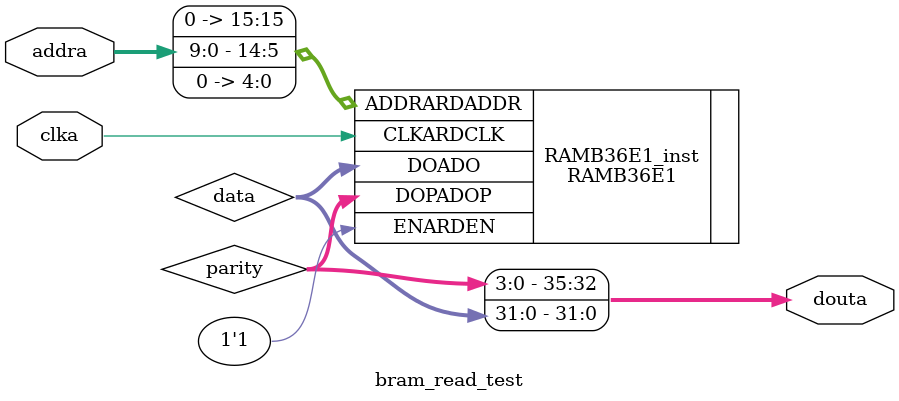
<source format=v>
`timescale 1ns / 1ps

module bram_read_test(
    input clka,
    input [9:0] addra,
    output [35:0] douta
    );
    
    wire [31:0] data;
    wire [3:0] parity;
    
    assign douta = {parity, data};
    
RAMB36E1 #(
   // Address Collision Mode: "PERFORMANCE" or "DELAYED_WRITE"
   .RDADDR_COLLISION_HWCONFIG("DELAYED_WRITE"),
   // Collision check: Values ("ALL", "WARNING_ONLY", "GENERATE_X_ONLY" or "NONE")
   .SIM_COLLISION_CHECK("ALL"),
   // DOA_REG, DOB_REG: Optional output register (0 or 1)
   .DOA_REG(0),
   .DOB_REG(0),
   .EN_ECC_READ("FALSE"),                                                            // Enable ECC decoder,
                                                                                     // FALSE, TRUE
   .EN_ECC_WRITE("FALSE"),                                                           // Enable ECC encoder,
                                                                                     // FALSE, TRUE
   // INITP_00 to INITP_0F: Initial contents of the parity memory array
	.INITP_00(256'h646174636173736f72636164696361746e756f63636174756f6261656c626161),
	.INITP_01(256'h746661746e656d657369747265766461746e656d7473756a64616e6f69746964),
	.INITP_02(256'h6d6c616c6c61726961746e656d656572676174736e696167616e696167617265),
	.INITP_03(256'h61656c676e61646e61746e656d6573756d61746e756f6d61676e6f6d6174736f),
	.INITP_04(256'h61737574617261707061796e61746e61726577736e616c616d696e617972676e),
	.INITP_05(256'h61796d72616d7261746e656d75677261686372616c61766f72707061656c7070),
	.INITP_06(256'h727474616e6f69746e6574746174706d657474616b6361747461746173617472),
	.INITP_07(256'h0a420a656b617761636974616d6f747561797469726f687475616e6f69746361),
	.INITP_08(256'h736162646e61626c6c616265636e616c61626761626461626b63616279626162),
	.INITP_09(256'h75616365626c756669747561656265626874616274656b7361626e6973616265),
	.INITP_0A(256'h6c6c65626665696c6562726f69766168656265726f6665626565626465626573),
	.INITP_0B(256'h657469627469626874726962647269626e6565777465627972726562746e6562),
	.INITP_0C(256'h616f6265756c62776f6c62646f6f6c626564616c626b63616c62726574746962),
	.INITP_0D(256'h746f62746f6f626b6f6f62656e6f62676e696c696f6279646f6274616f626472),
	.INITP_0E(256'h7262737361726268636e617262656b6172626e69617262796f62786f62656c74),
	.INITP_0F(256'h6e656b6f72627468676972626567646972626b63697262687461657262646165),
   // INIT_00 to INIT_7F: Initial contents of the data memory array
	.INIT_00(256'h646174636173736f72636164696361746e756f63636174756f6261656c626161),
	.INIT_01(256'h746661746e656d657369747265766461746e656d7473756a64616e6f69746964),
	.INIT_02(256'h6d6c616c6c61726961746e656d656572676174736e696167616e696167617265),
	.INIT_03(256'h61656c676e61646e61746e656d6573756d61746e756f6d61676e6f6d6174736f),
	.INIT_04(256'h61737574617261707061796e61746e61726577736e616c616d696e617972676e),
	.INIT_05(256'h61796d72616d7261746e656d75677261686372616c61766f72707061656c7070),
	.INIT_06(256'h727474616e6f69746e6574746174706d657474616b6361747461746173617472),
	.INIT_07(256'h0a420a656b617761636974616d6f747561797469726f687475616e6f69746361),
	.INIT_08(256'h736162646e61626c6c616265636e616c61626761626461626b63616279626162),
	.INIT_09(256'h75616365626c756669747561656265626874616274656b7361626e6973616265),
	.INIT_0A(256'h6c6c65626665696c6562726f69766168656265726f6665626565626465626573),
	.INIT_0B(256'h657469627469626874726962647269626e6565777465627972726562746e6562),
	.INIT_0C(256'h616f6265756c62776f6c62646f6f6c626564616c626b63616c62726574746962),
	.INIT_0D(256'h746f62746f6f626b6f6f62656e6f62676e696c696f6279646f6274616f626472),
	.INIT_0E(256'h7262737361726268636e617262656b6172626e69617262796f62786f62656c74),
	.INIT_0F(256'h6e656b6f72627468676972626567646972626b63697262687461657262646165),
	.INIT_10(256'h62676e69646c69756274656b63756268737572626e776f7262726568746f7262),
	.INIT_11(256'h7475627265747475627475627373656e6973756274737275626e727562626c75),
	.INIT_12(256'h65726163647261637361766e61636172656d6163656b61630a430a79626e6f74),
	.INIT_13(256'h6e696168636e6961747265636573756163746163747261636567616972726163),
	.INIT_14(256'h6d656863657365656863706165686365676e61686365636e6168636b6c616863),
	.INIT_15(256'h6c63656c637269636863727568636e696863666569686374736568636c616369),
	.INIT_16(256'h6374616f636c616f6364756f6c6368746f6c636b636f6c637261656c636e6165),
	.INIT_17(256'h6d6f6374726f666d6f63656d6f63626d6f63726f6c6f6372616c6c6f63646c6f),
	.INIT_18(256'h6d6f636e6f73697261706d6f63796e61706d6f636e6f6d6d6f6365657474696d),
	.INIT_19(256'h6e6f697469646e6f6378656c706d6f636574656c706d6f636e6f697469746570),
	.INIT_1A(256'h6f636b6f6f636c6f72746e6f6373756f6963736e6f636e6f697463656e6e6f63),
	.INIT_1B(256'h746e756f636867756f636e6f74746f636b726f6364726f6379706f6372657070),
	.INIT_1C(256'h636c65757263656d6972637469646572636b63617263776f637265766f637972),
	.INIT_1D(256'h73756365767275636e696174727563746e657272756370756379726368737572),
	.INIT_1E(256'h7468677561646b7261647265676e61646567616d61640a440a7475636e6f6968),
	.INIT_1F(256'h65646e6f69736963656474626564687461656472616564646165647961647265),
	.INIT_20(256'h646e6769736564746e65646e6570656465746163696c65646565726765647065),
	.INIT_21(256'h6e656d706f6c657665646c69617465646e6f6974637572747365646572697365),
	.INIT_22(256'h747269646e6f697463657269646e6f69747365676964746e6572656666696474),
	.INIT_23(256'h7567736964657361657369646e6f6973737563736964797265766f6373696479),
	.INIT_24(256'h6f646e6f6973697669646e6f6974756269727473696465636e61747369647473),
	.INIT_25(256'h73736572647265776172646e696172646e776f647462756f64726f6f64676f64),
	.INIT_26(256'h7261657261650a450a74737564797264706f7264676e69766972646b6e697264),
	.INIT_27(256'h67657463656666656e6f6974616375646565676465747361656874726165796c),
	.INIT_28(256'h656867756f6e65656e69676e65646e656369727463656c6563697473616c6567),
	.INIT_29(256'h706d617865797265766572657665746e6576656e657665726f7272656c617571),
	.INIT_2A(256'h657078656e6f69736e6170786565636e65747369786565676e6168637865656c),
	.INIT_2B(256'h61666c6c616674636166656361660a460a65796574726570786565636e656972),
	.INIT_2C(256'h616566726165667265687461667461666d726166726166796c696d616665736c),
	.INIT_2D(256'h6966656c6974726566656c616d6566676e696c656566656c6265656672656874),
	.INIT_2E(256'h69667473726966657269667265676e69667468676966646c6569666e6f697463),
	.INIT_2F(256'h66726f6f6c66746867696c6674616c66656d616c6667616c6664657869666873),
	.INIT_30(256'h6f66726f66746f6f666873696c6f6f66646f6f66646c6f66796c667265776f6c),
	.INIT_31(256'h6665657266656d6172666c776f6664726177726f666d726f666b726f66656372),
	.INIT_32(256'h666c6c75667469757266746e6f72666d6f7266646e65697266746e6575716572),
	.INIT_33(256'h657669676c7269677465676c6172656e65676e65647261670a470a6572757475),
	.INIT_34(256'h656d6e7265766f67646f6f67646c6f6774616f676f6765766f6c677373616c67),
	.INIT_35(256'h7267706972676e6565726774616572677961726773736172676e69617267746e),
	.INIT_36(256'h616872656d6d6168726961680a480a6e756765646975676874776f726770756f),
	.INIT_37(256'h68796e6f6d72616864726168726f627261687970706168676e69676e6168646e),
	.INIT_38(256'h6568676e69726165687968746c61656864616568656865766168657461687461),
	.INIT_39(256'h6f68656c6f6879726f747369686867696865726568706c656874616568747261),
	.INIT_3A(256'h756f686c61746970736f686573726f686e726f6865706f686b6f6f68776f6c6c),
	.INIT_3B(256'h6d696c6c69666961656469656369490a490a726f6d7568776f686573756f6872),
	.INIT_3C(256'h7972747375646e696573616572636e696e6965736c75706d69746e6174726f70),
	.INIT_3D(256'h65746e6965636e617275736e69746e656d757274736e69746365736e696b6e69),
	.INIT_3E(256'h6a796c6c656a0a4a0a646e616c73696e6f72696e6f69746e65766e6974736572),
	.INIT_3F(256'h6b7065656b0a4b0a706d756a656764756a79656e72756f6a6e696f6a6c657765),
	.INIT_40(256'h6f6e6b6566696e6b65656e6b7373696b646e696b6b63696b79656b656c747465),
	.INIT_41(256'h74616c7473616c65676175676e616c646e616c0a4c0a656764656c776f6e6b74),
	.INIT_42(256'h7265687461656c676e696e7261656c6661656c6461656c77616c686775616c65),
	.INIT_43(256'h7466696c7972617262696c6c6576656c72657474656c74656c67656c7466656c),
	.INIT_44(256'h64697571696c70696c6e656e696c656e696c74696d696c656b696c746867696c),
	.INIT_45(256'h6b636f6c676e6976696c29747361656c2c7373656c28656c7474696c7473696c),
	.INIT_46(256'h6d0a4d0a776f6c65766f6c64756f6c73736f6c65736f6f6c6b6f6f6c676e6f6c),
	.INIT_47(256'h6d6b72616d70616d726567616e616d6e616d656c616d656b616d656e69686361),
	.INIT_48(256'h79616d6c6169726574616d686374616d7373616d6465697272616d74656b7261),
	.INIT_49(256'h6d656d676e697465656d6c61636964656d7461656d6572757361656d6c61656d),
	.INIT_4A(256'h696d646e696d6b6c696d79726174696c696d656c6464696d6c6174656d79726f),
	.INIT_4B(256'h746e6f6d79656b6e6f6d79656e6f6d646578696d7473696d6574756e696d656e),
	.INIT_4C(256'h6e6961746e756f6d6e6f69746f6d726568746f6d676e696e726f6d6e6f6f6d68),
	.INIT_4D(256'h756d656c6373756d2974736f6d2c65726f6d286863756d65766f6d6874756f6d),
	.INIT_4E(256'h61727574616e6e6f6974616e776f7272616e656d616e6c69616e0a4e0a636973),
	.INIT_4F(256'h7672656e656c6465656e6465656e6b63656e79726173736563656e7261656e6c),
	.INIT_50(256'h726f6e6c616d726f6e6573696f6e6f6e746867696e7377656e77656e74656e65),
	.INIT_51(256'h6573626f0a4f0a74756e7265626d756e776f6e65746f6e746f6e65736f6e6874),
	.INIT_52(256'h6f6e6f646c6f6c696f65636966666f726566666f66666f666f6e6f6974617672),
	.INIT_53(256'h6f657469736f70706f6e6f696e69706f6e6f6974617265706f6e65706f796c6e),
	.INIT_54(256'h746e656d616e726f6e6f6974617a696e6167726f726564726f65676e61726f72),
	.INIT_55(256'h6e696170656761700a500a72656e776f7265766f6e65766f74756f726568746f),
	.INIT_56(256'h74736170747261706c65637261706c656c6c617261707265706170746e696170),
	.INIT_57(256'h6e6f737265706c69636e65706e65706563616570746e656d7961706574736170),
	.INIT_58(256'h6c706563616c70657069706e6970676970657275746369706c61636973796870),
	.INIT_59(256'h706572757361656c70657361656c7079616c706574616c70746e616c70656e61),
	.INIT_5A(256'h6974696c6f706873696c6f706e6f73696f70746e696f7074656b636f70776f6c),
	.INIT_5B(256'h746f70656c626973736f706e6f697469736f70726574726f70726f6f706c6163),
	.INIT_5C(256'h6972706563697270746e65736572707265776f70726564776f706f7461746f70),
	.INIT_5D(256'h7270737365636f7270656c6261626f7270657461766972706e6f73697270746e),
	.INIT_5E(256'h70747365746f727065736f727079747265706f72707469666f7270656375646f),
	.INIT_5F(256'h757065736f70727570746e656d6873696e7570706d75706c6c757063696c6275),
	.INIT_60(256'h656975716b636975716e6f6974736575717974696c6175710a510a7475706873),
	.INIT_61(256'h7961726574617274617265676e61726e6961726c6961720a520a657469757174),
	.INIT_62(256'h7069656365726e6f736165727964616572676e69646165726e6f697463616572),
	.INIT_63(256'h726e6f6974616c657272616c7567657274657267657264657264726f63657274),
	.INIT_64(256'h70736572747365757165726576697461746e657365727065726e6f6967696c65),
	.INIT_65(256'h69726d687479687264726177657274736572656c6269736e6f70736572746365),
	.INIT_66(256'h72666f6f726c6c6f72646f7264616f727265766972676e697274686769726563),
	.INIT_67(256'h61730a530a6e7572656c7572627572646e756f726867756f72746f6f726d6f6f),
	.INIT_68(256'h686373656c616373796173646e6173656d6173746c61736c6961736566617364),
	.INIT_69(256'h657374616573616573776572637373726f737369637365636e656963736c6f6f),
	.INIT_6A(256'h65736d65657364656573656573797261746572636573746572636573646e6f63),
	.INIT_6B(256'h69726573657461726170657365736e6573646e6573666c65736e6f697463656c),
	.INIT_6C(256'h72616873656d616873656b6168736564616873786573746e617672657373756f),
	.INIT_6D(256'h6f6873656f68736b636f6873747269687370696873666c656873706565687370),
	.INIT_6E(256'h6973656c706d69737265766c69736b6c69736e67697365646973747568737472),
	.INIT_6F(256'h6f6c7370696c737065656c73796b737472696b736e696b73657a697372657473),
	.INIT_70(256'h73656b6f6d73656c696d736c6c656d736873616d736c6c616d73776f6c736570),
	.INIT_71(256'h746569636f7370616f736f73776f6e73657a65656e73656b616e7368746f6f6d),
	.INIT_72(256'h756f7374726f73676e6f736e6f73656d6f7364696c6f7374666f736b636f7379),
	.INIT_73(256'h6e6f70736c616963657073656461707365636170736874756f7370756f73646e),
	.INIT_74(256'h617473706d6174736567617473657261757173676e697270736e6f6f70736567),
	.INIT_75(256'h6c656574736d616574736e6f6974617473746e656d6574617473747261747372),
	.INIT_76(256'h6974736c6c6974736666697473796b636974736b63697473706574736d657473),
	.INIT_77(256'h65726f7473706f7473656e6f74736863616d6f7473676e696b636f7473686374),
	.INIT_78(256'h63746572747374656572747365676e61727473746867696172747379726f7473),
	.INIT_79(256'h6475736863757365636e617473627573657275746375727473676e6f72747368),
	.INIT_7A(256'h6f707075736e757372656d6d75736e6f697473656767757372616775736e6564),
	.INIT_7B(256'h6c6261740a540a6d65747379736d697773746565777365736972707275737472),
	.INIT_7C(256'h6e69686361657478617465747361746c6c61746b6c6174656b61746c69617465),
	.INIT_7D(256'h6f6568746e656874656874746168746e6168747473657479636e65646e657467),
	.INIT_7E(256'h746867756f687473696874676e6968746e6968746b6369687465726568747972),
	.INIT_7F(256'h6874626d7568746867756f72687474616f726874646165726874746867756f68),
   // INIT_A, INIT_B: Initial values on output ports
   .INIT_A(36'h000000000),
   .INIT_B(36'h000000000),
   // Initialization File: RAM initialization file
   .INIT_FILE("NONE"),
   // RAM Mode: "SDP" or "TDP"
   .RAM_MODE("TDP"),
   // RAM_EXTENSION_A, RAM_EXTENSION_B: Selects cascade mode ("UPPER", "LOWER", or "NONE")
   .RAM_EXTENSION_A("NONE"),
   .RAM_EXTENSION_B("NONE"),
   // READ_WIDTH_A/B, WRITE_WIDTH_A/B: Read/write width per port
   .READ_WIDTH_A(36),                                                                 // 0-72
   .READ_WIDTH_B(0),                                                                 // 0-36
   .WRITE_WIDTH_A(0),                                                                // 0-36
   .WRITE_WIDTH_B(0),                                                                // 0-72
   // RSTREG_PRIORITY_A, RSTREG_PRIORITY_B: Reset or enable priority ("RSTREG" or "REGCE")
   .RSTREG_PRIORITY_A("RSTREG"),
   .RSTREG_PRIORITY_B("RSTREG"),
   // SRVAL_A, SRVAL_B: Set/reset value for output
   .SRVAL_A(36'h000000000),
   .SRVAL_B(36'h000000000),
   // Simulation Device: Must be set to "7SERIES" for simulation behavior
   .SIM_DEVICE("7SERIES"),
   // WriteMode: Value on output upon a write ("WRITE_FIRST", "READ_FIRST", or "NO_CHANGE")
   .WRITE_MODE_A("NO_CHANGE"),
   .WRITE_MODE_B("NO_CHANGE")
)
RAMB36E1_inst (
   // Cascade Signals: 1-bit (each) output: BRAM cascade ports (to create 64kx1)
   //.CASCADEOUTA(CASCADEOUTA),     // 1-bit output: A port cascade
   //.CASCADEOUTB(CASCADEOUTB),     // 1-bit output: B port cascade
   // ECC Signals: 1-bit (each) output: Error Correction Circuitry ports
   //.DBITERR(DBITERR),             // 1-bit output: Double bit error status
   //.ECCPARITY(ECCPARITY),         // 8-bit output: Generated error correction parity
   //.RDADDRECC(RDADDRECC),         // 9-bit output: ECC read address
   //.SBITERR(SBITERR),             // 1-bit output: Single bit error status
   // Port A Data: 32-bit (each) output: Port A data
   .DOADO(data),                 // 32-bit output: A port data/LSB data
   .DOPADOP(parity),             // 4-bit output: A port parity/LSB parity
   // Port B Data: 32-bit (each) output: Port B data
   //.DOBDO(DOBDO),                 // 32-bit output: B port data/MSB data
   //.DOPBDOP(DOPBDOP),             // 4-bit output: B port parity/MSB parity
   // Cascade Signals: 1-bit (each) input: BRAM cascade ports (to create 64kx1)
   //.CASCADEINA(CASCADEINA),       // 1-bit input: A port cascade
   //.CASCADEINB(CASCADEINB),       // 1-bit input: B port cascade
   // ECC Signals: 1-bit (each) input: Error Correction Circuitry ports
   //.INJECTDBITERR(INJECTDBITERR), // 1-bit input: Inject a double bit error
   //.INJECTSBITERR(INJECTSBITERR), // 1-bit input: Inject a single bit error
   // Port A Address/Control Signals: 16-bit (each) input: Port A address and control signals (read port
   // when RAM_MODE="SDP")
   .ADDRARDADDR({1'b0, addra[9:0], 5'b0}),     // 16-bit input: A port address/Read address
   .CLKARDCLK(clka),         // 1-bit input: A port clock/Read clock
   .ENARDEN(1'b1)             // 1-bit input: A port enable/Read enable
   //.REGCEAREGCE(REGCEAREGCE),     // 1-bit input: A port register enable/Register enable
   //.RSTRAMARSTRAM(RSTRAMARSTRAM), // 1-bit input: A port set/reset
   //.RSTREGARSTREG(RSTREGARSTREG), // 1-bit input: A port register set/reset
   //.WEA(WEA),                     // 4-bit input: A port write enable
   // Port A Data: 32-bit (each) input: Port A data
   //.DIADI(DIADI),                 // 32-bit input: A port data/LSB data
   //.DIPADIP(DIPADIP)             // 4-bit input: A port parity/LSB parity
   // Port B Address/Control Signals: 16-bit (each) input: Port B address and control signals (write port
   // when RAM_MODE="SDP")
   //.ADDRBWRADDR(ADDRBWRADDR),     // 16-bit input: B port address/Write address
   //.CLKBWRCLK(CLKBWRCLK),         // 1-bit input: B port clock/Write clock
   //.ENBWREN(ENBWREN),             // 1-bit input: B port enable/Write enable
   //.REGCEB(REGCEB),               // 1-bit input: B port register enable
   //.RSTRAMB(RSTRAMB),             // 1-bit input: B port set/reset
   //.RSTREGB(RSTREGB),             // 1-bit input: B port register set/reset
   //.WEBWE(WEBWE),                 // 8-bit input: B port write enable/Write enable
   // Port B Data: 32-bit (each) input: Port B data
   //.DIBDI(DIBDI),                 // 32-bit input: B port data/MSB data
   //.DIPBDIP(DIPBDIP)              // 4-bit input: B port parity/MSB parity
);

// End of RAMB36E1_inst instantiation
    
endmodule

</source>
